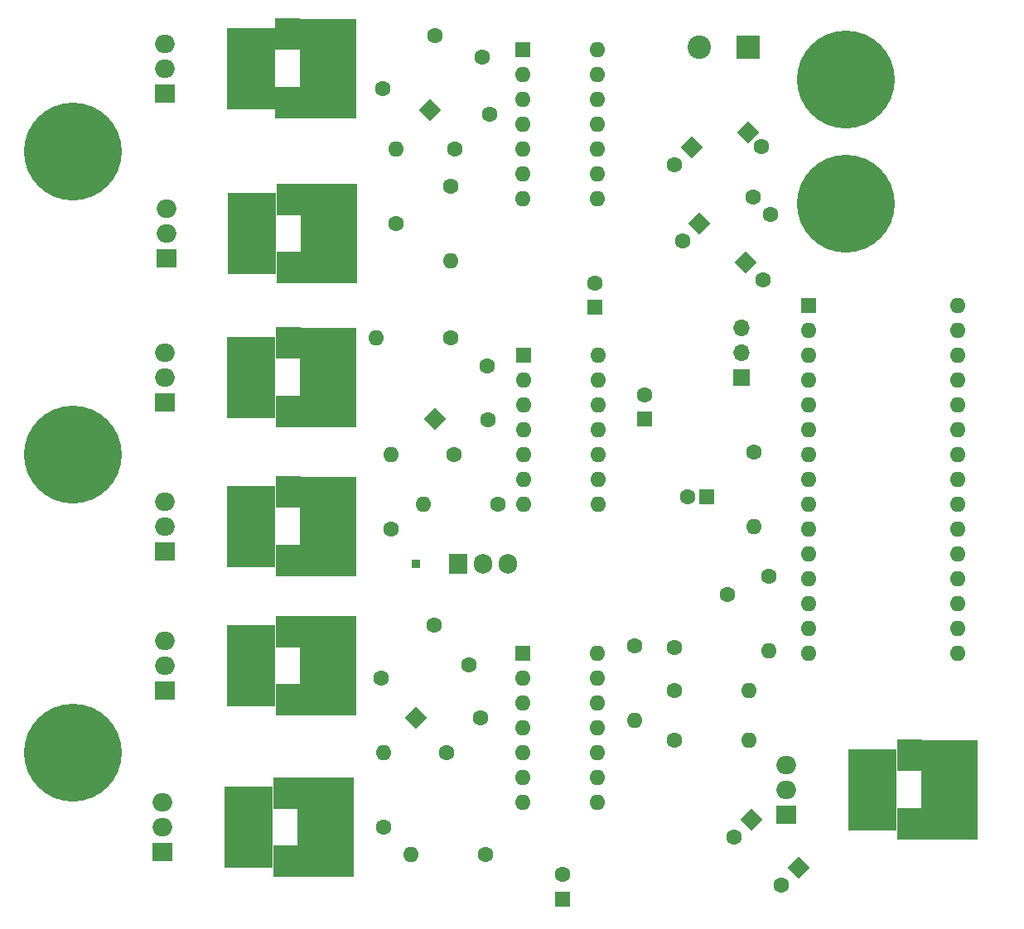
<source format=gbr>
%TF.GenerationSoftware,KiCad,Pcbnew,8.0.5*%
%TF.CreationDate,2024-12-03T18:07:43+01:00*%
%TF.ProjectId,ESC_drivers 1.4,4553435f-6472-4697-9665-727320312e34,rev?*%
%TF.SameCoordinates,Original*%
%TF.FileFunction,Soldermask,Top*%
%TF.FilePolarity,Negative*%
%FSLAX46Y46*%
G04 Gerber Fmt 4.6, Leading zero omitted, Abs format (unit mm)*
G04 Created by KiCad (PCBNEW 8.0.5) date 2024-12-03 18:07:43*
%MOMM*%
%LPD*%
G01*
G04 APERTURE LIST*
G04 Aperture macros list*
%AMHorizOval*
0 Thick line with rounded ends*
0 $1 width*
0 $2 $3 position (X,Y) of the first rounded end (center of the circle)*
0 $4 $5 position (X,Y) of the second rounded end (center of the circle)*
0 Add line between two ends*
20,1,$1,$2,$3,$4,$5,0*
0 Add two circle primitives to create the rounded ends*
1,1,$1,$2,$3*
1,1,$1,$4,$5*%
%AMRotRect*
0 Rectangle, with rotation*
0 The origin of the aperture is its center*
0 $1 length*
0 $2 width*
0 $3 Rotation angle, in degrees counterclockwise*
0 Add horizontal line*
21,1,$1,$2,0,0,$3*%
%AMOutline4P*
0 Free polygon, 4 corners , with rotation*
0 The origin of the aperture is its center*
0 number of corners: always 4*
0 $1 to $8 corner X, Y*
0 $9 Rotation angle, in degrees counterclockwise*
0 create outline with 4 corners*
4,1,4,$1,$2,$3,$4,$5,$6,$7,$8,$1,$2,$9*%
G04 Aperture macros list end*
%ADD10R,1.600000X1.600000*%
%ADD11C,1.600000*%
%ADD12C,3.500000*%
%ADD13R,2.000000X1.905000*%
%ADD14O,2.000000X1.905000*%
%ADD15C,0.600000*%
%ADD16Outline4P,-1.600000X-1.250000X1.600000X-1.250000X1.600000X1.250000X-1.600000X1.250000X90.000000*%
%ADD17Outline4P,-5.100000X-2.850000X5.100000X-2.850000X5.100000X2.850000X-5.100000X2.850000X90.000000*%
%ADD18R,5.000000X8.400000*%
%ADD19O,1.600000X1.600000*%
%ADD20RotRect,1.600000X1.600000X225.000000*%
%ADD21RotRect,1.600000X1.600000X315.000000*%
%ADD22R,0.850000X0.850000*%
%ADD23C,5.400000*%
%ADD24C,10.000000*%
%ADD25R,2.400000X2.400000*%
%ADD26C,2.400000*%
%ADD27HorizOval,1.600000X0.000000X0.000000X0.000000X0.000000X0*%
%ADD28RotRect,1.600000X1.600000X45.000000*%
%ADD29HorizOval,1.600000X0.000000X0.000000X0.000000X0.000000X0*%
%ADD30R,1.700000X1.700000*%
%ADD31O,1.700000X1.700000*%
%ADD32R,1.905000X2.000000*%
%ADD33O,1.905000X2.000000*%
G04 APERTURE END LIST*
D10*
%TO.C,C3*%
X164084000Y-83755114D03*
D11*
X164084000Y-81255114D03*
%TD*%
D12*
%TO.C,Q5*%
X136802000Y-106165490D03*
D13*
X120142001Y-108712000D03*
D14*
X120142001Y-106172000D03*
X120142000Y-103632000D03*
D15*
X131982945Y-110483490D03*
X133252945Y-110483490D03*
X126902945Y-109975490D03*
X128172945Y-109975490D03*
X129442945Y-109975490D03*
X130712945Y-109975490D03*
X134776945Y-109975490D03*
X136046945Y-109975490D03*
X137316945Y-109975490D03*
X138586945Y-109975490D03*
D16*
X132692568Y-109672631D03*
D15*
X126902945Y-108705490D03*
X128172945Y-108705490D03*
X129442945Y-108705490D03*
X130712945Y-108705490D03*
X131982945Y-108705490D03*
X133252945Y-108705490D03*
X134776945Y-108705490D03*
X136046945Y-108705490D03*
X137316945Y-108705490D03*
X138586945Y-108705490D03*
X129442945Y-107435491D03*
X126902945Y-107435490D03*
X128172945Y-107435490D03*
X130712945Y-107435490D03*
X134522945Y-107435490D03*
X139094945Y-107435490D03*
D17*
X136808945Y-106172632D03*
D15*
X126902945Y-106165490D03*
X128172944Y-106165490D03*
D18*
X128934945Y-106165490D03*
D15*
X129442945Y-106165490D03*
X130712946Y-106165490D03*
X134522944Y-106165490D03*
X139094945Y-106165490D03*
X126902945Y-104895490D03*
X128172945Y-104895490D03*
X130712945Y-104895490D03*
X134522945Y-104895490D03*
X139094945Y-104895490D03*
X129442945Y-104895489D03*
X126902945Y-103625490D03*
X128172945Y-103625490D03*
X129442945Y-103625490D03*
X130712945Y-103625490D03*
X131982945Y-103625490D03*
X133252945Y-103625490D03*
X134776945Y-103625490D03*
X136046945Y-103625490D03*
X137316945Y-103625490D03*
X138586945Y-103625490D03*
D16*
X132695836Y-102672632D03*
D15*
X126902945Y-102355490D03*
X128172945Y-102355490D03*
X129442945Y-102355490D03*
X130712945Y-102355490D03*
X134776945Y-102355490D03*
X136046945Y-102355490D03*
X137316945Y-102355490D03*
X138586945Y-102355490D03*
X131982945Y-101847490D03*
X133252945Y-101847490D03*
%TD*%
D11*
%TO.C,R6*%
X154178000Y-103886000D03*
D19*
X146558000Y-103886000D03*
%TD*%
D11*
%TO.C,R12*%
X142494000Y-136906000D03*
D19*
X142494000Y-129286000D03*
%TD*%
D20*
%TO.C,C10*%
X173956255Y-67442117D03*
D11*
X172188488Y-69209884D03*
%TD*%
D21*
%TO.C,C13*%
X179487856Y-79157856D03*
D11*
X181255623Y-80925623D03*
%TD*%
%TO.C,C2*%
X153306687Y-64028466D03*
X149771153Y-67564000D03*
%TD*%
D22*
%TO.C,J1*%
X145796000Y-109982000D03*
%TD*%
D11*
%TO.C,R16*%
X143256000Y-106426000D03*
D19*
X143256000Y-98806000D03*
%TD*%
D11*
%TO.C,C22*%
X152394585Y-125750961D03*
X148859051Y-129286495D03*
%TD*%
D21*
%TO.C,C9*%
X179687786Y-65895786D03*
D11*
X181102000Y-67310000D03*
%TD*%
D12*
%TO.C,Q6*%
X136801999Y-90925490D03*
D13*
X120142000Y-93472000D03*
D14*
X120142000Y-90932000D03*
X120141999Y-88392000D03*
D15*
X131982944Y-95243490D03*
X133252944Y-95243490D03*
X126902944Y-94735490D03*
X128172944Y-94735490D03*
X129442944Y-94735490D03*
X130712944Y-94735490D03*
X134776944Y-94735490D03*
X136046944Y-94735490D03*
X137316944Y-94735490D03*
X138586944Y-94735490D03*
D16*
X132692567Y-94432631D03*
D15*
X126902944Y-93465490D03*
X128172944Y-93465490D03*
X129442944Y-93465490D03*
X130712944Y-93465490D03*
X131982944Y-93465490D03*
X133252944Y-93465490D03*
X134776944Y-93465490D03*
X136046944Y-93465490D03*
X137316944Y-93465490D03*
X138586944Y-93465490D03*
X129442944Y-92195491D03*
X126902944Y-92195490D03*
X128172944Y-92195490D03*
X130712944Y-92195490D03*
X134522944Y-92195490D03*
X139094944Y-92195490D03*
D17*
X136808944Y-90932632D03*
D15*
X126902944Y-90925490D03*
X128172943Y-90925490D03*
D18*
X128934944Y-90925490D03*
D15*
X129442944Y-90925490D03*
X130712945Y-90925490D03*
X134522943Y-90925490D03*
X139094944Y-90925490D03*
X126902944Y-89655490D03*
X128172944Y-89655490D03*
X130712944Y-89655490D03*
X134522944Y-89655490D03*
X139094944Y-89655490D03*
X129442944Y-89655489D03*
X126902944Y-88385490D03*
X128172944Y-88385490D03*
X129442944Y-88385490D03*
X130712944Y-88385490D03*
X131982944Y-88385490D03*
X133252944Y-88385490D03*
X134776944Y-88385490D03*
X136046944Y-88385490D03*
X137316944Y-88385490D03*
X138586944Y-88385490D03*
D16*
X132695835Y-87432632D03*
D15*
X126902944Y-87115490D03*
X128172944Y-87115490D03*
X129442944Y-87115490D03*
X130712944Y-87115490D03*
X134776944Y-87115490D03*
X136046944Y-87115490D03*
X137316944Y-87115490D03*
X138586944Y-87115490D03*
X131982944Y-86607490D03*
X133252944Y-86607490D03*
%TD*%
D23*
%TO.C,H4*%
X189738000Y-60452000D03*
D24*
X189738000Y-60452000D03*
%TD*%
D12*
%TO.C,Q2*%
X136769555Y-59336077D03*
D13*
X120109556Y-61882587D03*
D14*
X120109556Y-59342587D03*
X120109555Y-56802587D03*
D15*
X131950500Y-63654077D03*
X133220500Y-63654077D03*
X126870500Y-63146077D03*
X128140500Y-63146077D03*
X129410500Y-63146077D03*
X130680500Y-63146077D03*
X134744500Y-63146077D03*
X136014500Y-63146077D03*
X137284500Y-63146077D03*
X138554500Y-63146077D03*
D16*
X132660123Y-62843218D03*
D15*
X126870500Y-61876077D03*
X128140500Y-61876077D03*
X129410500Y-61876077D03*
X130680500Y-61876077D03*
X131950500Y-61876077D03*
X133220500Y-61876077D03*
X134744500Y-61876077D03*
X136014500Y-61876077D03*
X137284500Y-61876077D03*
X138554500Y-61876077D03*
X129410500Y-60606078D03*
X126870500Y-60606077D03*
X128140500Y-60606077D03*
X130680500Y-60606077D03*
X134490500Y-60606077D03*
X139062500Y-60606077D03*
D17*
X136776500Y-59343219D03*
D15*
X126870500Y-59336077D03*
X128140499Y-59336077D03*
D18*
X128902500Y-59336077D03*
D15*
X129410500Y-59336077D03*
X130680501Y-59336077D03*
X134490499Y-59336077D03*
X139062500Y-59336077D03*
X126870500Y-58066077D03*
X128140500Y-58066077D03*
X130680500Y-58066077D03*
X134490500Y-58066077D03*
X139062500Y-58066077D03*
X129410500Y-58066076D03*
X126870500Y-56796077D03*
X128140500Y-56796077D03*
X129410500Y-56796077D03*
X130680500Y-56796077D03*
X131950500Y-56796077D03*
X133220500Y-56796077D03*
X134744500Y-56796077D03*
X136014500Y-56796077D03*
X137284500Y-56796077D03*
X138554500Y-56796077D03*
D16*
X132663391Y-55843219D03*
D15*
X126870500Y-55526077D03*
X128140500Y-55526077D03*
X129410500Y-55526077D03*
X130680500Y-55526077D03*
X134744500Y-55526077D03*
X136014500Y-55526077D03*
X137284500Y-55526077D03*
X138554500Y-55526077D03*
X131950500Y-55018077D03*
X133220500Y-55018077D03*
%TD*%
D10*
%TO.C,U3*%
X156728000Y-88641001D03*
D19*
X156728000Y-91181001D03*
X156728000Y-93721000D03*
X156728000Y-96261001D03*
X156728000Y-98801001D03*
X156728000Y-101341001D03*
X156728000Y-103881001D03*
X164348000Y-103881001D03*
X164348000Y-101341001D03*
X164348000Y-98801001D03*
X164348000Y-96261001D03*
X164348000Y-93721001D03*
X164348000Y-91181001D03*
X164348000Y-88641001D03*
%TD*%
D11*
%TO.C,R11*%
X181864000Y-111252000D03*
D19*
X181864000Y-118872000D03*
%TD*%
D25*
%TO.C,C8*%
X179731274Y-57150000D03*
D26*
X174731274Y-57150000D03*
%TD*%
D11*
%TO.C,R5*%
X147628154Y-116277846D03*
D27*
X142240000Y-121666000D03*
%TD*%
D10*
%TO.C,U2*%
X156718000Y-119127511D03*
D19*
X156718000Y-121667511D03*
X156718000Y-124207510D03*
X156718000Y-126747511D03*
X156718000Y-129287511D03*
X156718000Y-131827511D03*
X156718000Y-134367511D03*
X164338000Y-134367511D03*
X164338000Y-131827511D03*
X164338000Y-129287511D03*
X164338000Y-126747511D03*
X164338000Y-124207511D03*
X164338000Y-121667511D03*
X164338000Y-119127511D03*
%TD*%
D28*
%TO.C,D1*%
X147673924Y-95150077D03*
D29*
X153062078Y-89761923D03*
%TD*%
D11*
%TO.C,R4*%
X152908000Y-139700000D03*
D19*
X145288000Y-139700000D03*
%TD*%
D12*
%TO.C,Q4*%
X136802000Y-120396000D03*
D13*
X120142001Y-122942510D03*
D14*
X120142001Y-120402510D03*
X120142000Y-117862510D03*
D15*
X131982945Y-124714000D03*
X133252945Y-124714000D03*
X126902945Y-124206000D03*
X128172945Y-124206000D03*
X129442945Y-124206000D03*
X130712945Y-124206000D03*
X134776945Y-124206000D03*
X136046945Y-124206000D03*
X137316945Y-124206000D03*
X138586945Y-124206000D03*
D16*
X132692568Y-123903141D03*
D15*
X126902945Y-122936000D03*
X128172945Y-122936000D03*
X129442945Y-122936000D03*
X130712945Y-122936000D03*
X131982945Y-122936000D03*
X133252945Y-122936000D03*
X134776945Y-122936000D03*
X136046945Y-122936000D03*
X137316945Y-122936000D03*
X138586945Y-122936000D03*
X129442945Y-121666001D03*
X126902945Y-121666000D03*
X128172945Y-121666000D03*
X130712945Y-121666000D03*
X134522945Y-121666000D03*
X139094945Y-121666000D03*
D17*
X136808945Y-120403142D03*
D15*
X126902945Y-120396000D03*
X128172944Y-120396000D03*
D18*
X128934945Y-120396000D03*
D15*
X129442945Y-120396000D03*
X130712946Y-120396000D03*
X134522944Y-120396000D03*
X139094945Y-120396000D03*
X126902945Y-119126000D03*
X128172945Y-119126000D03*
X130712945Y-119126000D03*
X134522945Y-119126000D03*
X139094945Y-119126000D03*
X129442945Y-119125999D03*
X126902945Y-117856000D03*
X128172945Y-117856000D03*
X129442945Y-117856000D03*
X130712945Y-117856000D03*
X131982945Y-117856000D03*
X133252945Y-117856000D03*
X134776945Y-117856000D03*
X136046945Y-117856000D03*
X137316945Y-117856000D03*
X138586945Y-117856000D03*
D16*
X132695836Y-116903142D03*
D15*
X126902945Y-116586000D03*
X128172945Y-116586000D03*
X129442945Y-116586000D03*
X130712945Y-116586000D03*
X134776945Y-116586000D03*
X136046945Y-116586000D03*
X137316945Y-116586000D03*
X138586945Y-116586000D03*
X131982945Y-116078000D03*
X133252945Y-116078000D03*
%TD*%
D11*
%TO.C,R13*%
X143764000Y-75184000D03*
D19*
X143764000Y-67564000D03*
%TD*%
D11*
%TO.C,R14*%
X168148000Y-118364000D03*
D19*
X168148000Y-125984000D03*
%TD*%
D11*
%TO.C,C1*%
X153151767Y-95260233D03*
X149616233Y-98795767D03*
%TD*%
D20*
%TO.C,C11*%
X174752000Y-75184000D03*
D11*
X172984233Y-76951767D03*
%TD*%
%TO.C,R15*%
X172212000Y-128016000D03*
D19*
X179832000Y-128016000D03*
%TD*%
D23*
%TO.C,H2*%
X110744000Y-67818000D03*
D24*
X110744000Y-67818000D03*
%TD*%
D10*
%TO.C,C5*%
X169164000Y-95185113D03*
D11*
X169164000Y-92685113D03*
%TD*%
D10*
%TO.C,U1*%
X156718000Y-57404000D03*
D19*
X156718000Y-59944000D03*
X156718000Y-62483999D03*
X156718000Y-65024000D03*
X156718000Y-67564000D03*
X156718000Y-70104000D03*
X156718000Y-72644000D03*
X164338000Y-72644000D03*
X164338000Y-70104000D03*
X164338000Y-67564000D03*
X164338000Y-65024000D03*
X164338000Y-62484000D03*
X164338000Y-59944000D03*
X164338000Y-57404000D03*
%TD*%
D11*
%TO.C,C12*%
X180218117Y-72522117D03*
X181985884Y-74289884D03*
%TD*%
D12*
%TO.C,U4*%
X200302000Y-133089490D03*
D13*
X183642001Y-135636000D03*
D14*
X183642001Y-133096000D03*
X183642000Y-130556000D03*
D15*
X195482945Y-137407490D03*
X196752945Y-137407490D03*
X190402945Y-136899490D03*
X191672945Y-136899490D03*
X192942945Y-136899490D03*
X194212945Y-136899490D03*
X198276945Y-136899490D03*
X199546945Y-136899490D03*
X200816945Y-136899490D03*
X202086945Y-136899490D03*
D16*
X196192568Y-136596631D03*
D15*
X190402945Y-135629490D03*
X191672945Y-135629490D03*
X192942945Y-135629490D03*
X194212945Y-135629490D03*
X195482945Y-135629490D03*
X196752945Y-135629490D03*
X198276945Y-135629490D03*
X199546945Y-135629490D03*
X200816945Y-135629490D03*
X202086945Y-135629490D03*
X192942945Y-134359491D03*
X190402945Y-134359490D03*
X191672945Y-134359490D03*
X194212945Y-134359490D03*
X198022945Y-134359490D03*
X202594945Y-134359490D03*
D17*
X200308945Y-133096632D03*
D15*
X190402945Y-133089490D03*
X191672944Y-133089490D03*
D18*
X192434945Y-133089490D03*
D15*
X192942945Y-133089490D03*
X194212946Y-133089490D03*
X198022944Y-133089490D03*
X202594945Y-133089490D03*
X190402945Y-131819490D03*
X191672945Y-131819490D03*
X194212945Y-131819490D03*
X198022945Y-131819490D03*
X202594945Y-131819490D03*
X192942945Y-131819489D03*
X190402945Y-130549490D03*
X191672945Y-130549490D03*
X192942945Y-130549490D03*
X194212945Y-130549490D03*
X195482945Y-130549490D03*
X196752945Y-130549490D03*
X198276945Y-130549490D03*
X199546945Y-130549490D03*
X200816945Y-130549490D03*
X202086945Y-130549490D03*
D16*
X196195836Y-129596632D03*
D15*
X190402945Y-129279490D03*
X191672945Y-129279490D03*
X192942945Y-129279490D03*
X194212945Y-129279490D03*
X198276945Y-129279490D03*
X199546945Y-129279490D03*
X200816945Y-129279490D03*
X202086945Y-129279490D03*
X195482945Y-128771490D03*
X196752945Y-128771490D03*
%TD*%
D11*
%TO.C,R7*%
X149352000Y-86868000D03*
D19*
X141732000Y-86868000D03*
%TD*%
D23*
%TO.C,H1*%
X110744000Y-129286000D03*
D24*
X110744000Y-129286000D03*
%TD*%
D30*
%TO.C,Communication*%
X179070000Y-90931999D03*
D31*
X179070000Y-88391999D03*
X179070000Y-85852000D03*
%TD*%
D11*
%TO.C,R2*%
X149352000Y-71374000D03*
D19*
X149352000Y-78994000D03*
%TD*%
D11*
%TO.C,R8*%
X180340000Y-98552000D03*
D19*
X180340000Y-106172000D03*
%TD*%
D12*
%TO.C,Q1*%
X136899055Y-76200000D03*
D13*
X120239056Y-78746510D03*
D14*
X120239056Y-76206510D03*
X120239055Y-73666510D03*
D15*
X132080000Y-80518000D03*
X133350000Y-80518000D03*
X127000000Y-80010000D03*
X128270000Y-80010000D03*
X129540000Y-80010000D03*
X130810000Y-80010000D03*
X134874000Y-80010000D03*
X136144000Y-80010000D03*
X137414000Y-80010000D03*
X138684000Y-80010000D03*
D16*
X132789623Y-79707141D03*
D15*
X127000000Y-78740000D03*
X128270000Y-78740000D03*
X129540000Y-78740000D03*
X130810000Y-78740000D03*
X132080000Y-78740000D03*
X133350000Y-78740000D03*
X134874000Y-78740000D03*
X136144000Y-78740000D03*
X137414000Y-78740000D03*
X138684000Y-78740000D03*
X129540000Y-77470001D03*
X127000000Y-77470000D03*
X128270000Y-77470000D03*
X130810000Y-77470000D03*
X134620000Y-77470000D03*
X139192000Y-77470000D03*
D17*
X136906000Y-76207142D03*
D15*
X127000000Y-76200000D03*
X128269999Y-76200000D03*
D18*
X129032000Y-76200000D03*
D15*
X129540000Y-76200000D03*
X130810001Y-76200000D03*
X134619999Y-76200000D03*
X139192000Y-76200000D03*
X127000000Y-74930000D03*
X128270000Y-74930000D03*
X130810000Y-74930000D03*
X134620000Y-74930000D03*
X139192000Y-74930000D03*
X129540000Y-74929999D03*
X127000000Y-73660000D03*
X128270000Y-73660000D03*
X129540000Y-73660000D03*
X130810000Y-73660000D03*
X132080000Y-73660000D03*
X133350000Y-73660000D03*
X134874000Y-73660000D03*
X136144000Y-73660000D03*
X137414000Y-73660000D03*
X138684000Y-73660000D03*
D16*
X132792891Y-72707142D03*
D15*
X127000000Y-72390000D03*
X128270000Y-72390000D03*
X129540000Y-72390000D03*
X130810000Y-72390000D03*
X134874000Y-72390000D03*
X136144000Y-72390000D03*
X137414000Y-72390000D03*
X138684000Y-72390000D03*
X132080000Y-71882000D03*
X133350000Y-71882000D03*
%TD*%
D10*
%TO.C,A1*%
X185928000Y-83566000D03*
D19*
X185928000Y-86106000D03*
X185928000Y-88645999D03*
X185928000Y-91186000D03*
X185928000Y-93726000D03*
X185928000Y-96266000D03*
X185928000Y-98806000D03*
X185928000Y-101346001D03*
X185928000Y-103886000D03*
X185928000Y-106426000D03*
X185928000Y-108966000D03*
X185928000Y-111505999D03*
X185928000Y-114046000D03*
X185928000Y-116586000D03*
X185928000Y-119126000D03*
X201168000Y-119126000D03*
X201168000Y-116586000D03*
X201168000Y-114046000D03*
X201168000Y-111506000D03*
X201168000Y-108966000D03*
X201168000Y-106426000D03*
X201168000Y-103886000D03*
X201168000Y-101346000D03*
X201168000Y-98806000D03*
X201168000Y-96266000D03*
X201168000Y-93726000D03*
X201168000Y-91186000D03*
X201168000Y-88646000D03*
X201168000Y-86106000D03*
X201168000Y-83566000D03*
%TD*%
D23*
%TO.C,H3*%
X110744000Y-98806000D03*
D24*
X110744000Y-98806000D03*
%TD*%
D20*
%TO.C,C14*%
X180052255Y-136144000D03*
D11*
X178284488Y-137911767D03*
%TD*%
D28*
%TO.C,D3*%
X145796000Y-125750961D03*
D29*
X151184154Y-120362807D03*
%TD*%
D12*
%TO.C,Q3*%
X136548000Y-136906000D03*
D13*
X119888001Y-139452510D03*
D14*
X119888001Y-136912510D03*
X119888000Y-134372510D03*
D15*
X131728945Y-141224000D03*
X132998945Y-141224000D03*
X126648945Y-140716000D03*
X127918945Y-140716000D03*
X129188945Y-140716000D03*
X130458945Y-140716000D03*
X134522945Y-140716000D03*
X135792945Y-140716000D03*
X137062945Y-140716000D03*
X138332945Y-140716000D03*
D16*
X132438568Y-140413141D03*
D15*
X126648945Y-139446000D03*
X127918945Y-139446000D03*
X129188945Y-139446000D03*
X130458945Y-139446000D03*
X131728945Y-139446000D03*
X132998945Y-139446000D03*
X134522945Y-139446000D03*
X135792945Y-139446000D03*
X137062945Y-139446000D03*
X138332945Y-139446000D03*
X129188945Y-138176001D03*
X126648945Y-138176000D03*
X127918945Y-138176000D03*
X130458945Y-138176000D03*
X134268945Y-138176000D03*
X138840945Y-138176000D03*
D17*
X136554945Y-136913142D03*
D15*
X126648945Y-136906000D03*
X127918944Y-136906000D03*
D18*
X128680945Y-136906000D03*
D15*
X129188945Y-136906000D03*
X130458946Y-136906000D03*
X134268944Y-136906000D03*
X138840945Y-136906000D03*
X126648945Y-135636000D03*
X127918945Y-135636000D03*
X130458945Y-135636000D03*
X134268945Y-135636000D03*
X138840945Y-135636000D03*
X129188945Y-135635999D03*
X126648945Y-134366000D03*
X127918945Y-134366000D03*
X129188945Y-134366000D03*
X130458945Y-134366000D03*
X131728945Y-134366000D03*
X132998945Y-134366000D03*
X134522945Y-134366000D03*
X135792945Y-134366000D03*
X137062945Y-134366000D03*
X138332945Y-134366000D03*
D16*
X132441836Y-133413142D03*
D15*
X126648945Y-133096000D03*
X127918945Y-133096000D03*
X129188945Y-133096000D03*
X130458945Y-133096000D03*
X134522945Y-133096000D03*
X135792945Y-133096000D03*
X137062945Y-133096000D03*
X138332945Y-133096000D03*
X131728945Y-132588000D03*
X132998945Y-132588000D03*
%TD*%
D10*
%TO.C,C7*%
X175514000Y-103124000D03*
D11*
X173513999Y-103124000D03*
%TD*%
%TO.C,R9*%
X177600154Y-113129923D03*
D27*
X172212000Y-118518077D03*
%TD*%
D32*
%TO.C,Q7*%
X150114001Y-109982000D03*
D33*
X152654001Y-109982000D03*
X155194000Y-109982000D03*
%TD*%
D23*
%TO.C,H5*%
X189738000Y-73152000D03*
D24*
X189738000Y-73152000D03*
%TD*%
D11*
%TO.C,R10*%
X172212000Y-122936000D03*
D19*
X179832000Y-122936000D03*
%TD*%
D10*
%TO.C,C4*%
X160782000Y-144272000D03*
D11*
X160782000Y-141772000D03*
%TD*%
D28*
%TO.C,D2*%
X147165924Y-63573928D03*
D29*
X152554078Y-58185774D03*
%TD*%
D11*
%TO.C,R3*%
X147728077Y-55979923D03*
D27*
X142339923Y-61368077D03*
%TD*%
D20*
%TO.C,C6*%
X184878255Y-141102117D03*
D11*
X183110488Y-142869884D03*
%TD*%
M02*

</source>
